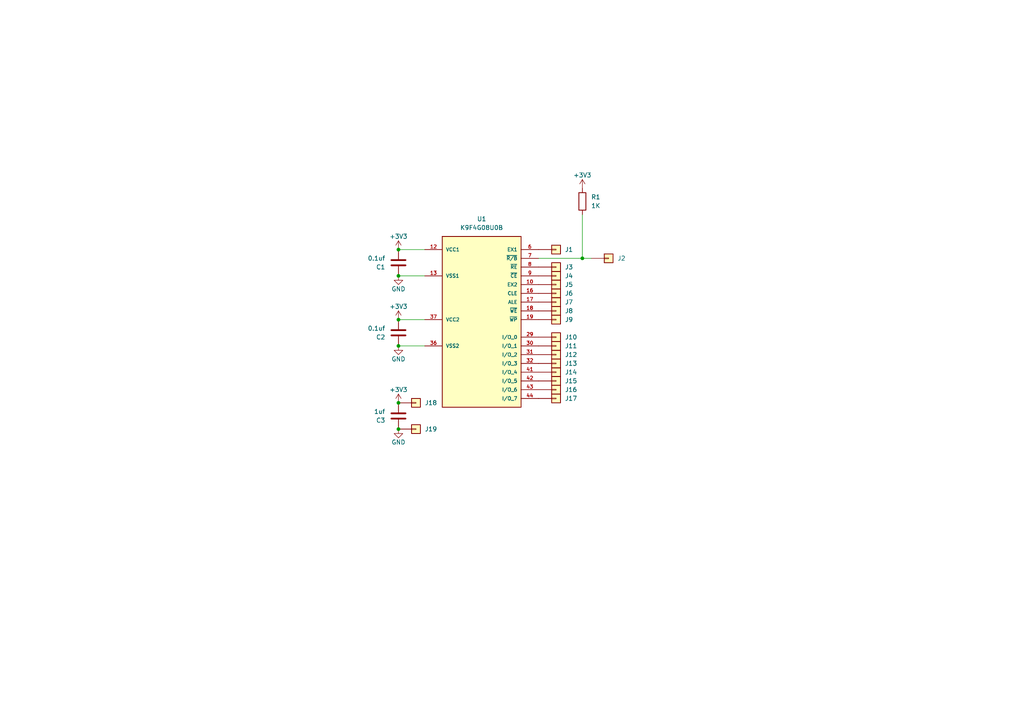
<source format=kicad_sch>
(kicad_sch (version 20240101) (generator "eeschema") (generator_version "8.99")
  (paper "A4")
  (title_block (rev "3.1"))
  (lib_symbols
    (symbol "Connector_Generic:Conn_01x01" (pin_numbers hide) (pin_names (offset 1.016) hide)
      (property "Reference" "J" (at 0 2.54 0))
      (property "Value" "Conn_01x01" (at 0 -2.54 0))
      (symbol "Conn_01x01_1_1"
        (rectangle (start -1.27 0.127) (end 0 -0.127) (stroke (width 0.1524)))
        (rectangle (start -1.27 1.27) (end 1.27 -1.27) (stroke (width 0.254)) (fill (type background)))
        (pin passive line (at -5.08 0 0) (length 3.81) (name "Pin_1") (number "1"))
      )
    )
    (symbol "Device:C" (pin_numbers hide) (pin_names (offset 0.254))
      (property "Reference" "C" (at 0.635 2.54 0))
      (property "Value" "C" (at 0.635 -2.54 0))
      (symbol "C_0_1"
        (polyline (pts (xy -2.032 -0.762) (xy 2.032 -0.762)) (stroke (width 0.508)))
        (polyline (pts (xy -2.032 0.762) (xy 2.032 0.762)) (stroke (width 0.508)))
      )
      (symbol "C_1_1"
        (pin passive line (at 0 3.81 270) (length 2.794) (name "~") (number "1"))
        (pin passive line (at 0 -3.81 90) (length 2.794) (name "~") (number "2"))
      )
    )
    (symbol "Device:R" (pin_numbers hide) (pin_names (offset 0))
      (property "Reference" "R" (at 2.032 0 90))
      (property "Value" "R" (at 0 0 90))
      (symbol "R_0_1"
        (rectangle (start -1.016 -2.54) (end 1.016 2.54) (stroke (width 0.254)))
      )
      (symbol "R_1_1"
        (pin passive line (at 0 3.81 270) (length 1.27) (name "~") (number "1"))
        (pin passive line (at 0 -3.81 90) (length 1.27) (name "~") (number "2"))
      )
    )
    (symbol "K9F4G08U0B:K9F4G08U0B_1" (pin_names (offset 1.016))
      (property "Reference" "U1" (at 11.43 54.61 0))
      (property "Value" "K9F4G08U0B" (at 11.43 52.07 0))
      (symbol "K9F4G08U0B_1_0_0"
        (pin bidirectional line (at 27.94 35.56 180) (length 5.08) (name "EX2") (number "10"))
        (pin passive line (at -5.08 45.72 0) (length 5.08) (name "VCC1") (number "12"))
        (pin passive line (at -5.08 38.1 0) (length 5.08) (name "VSS1") (number "13"))
        (pin bidirectional line (at 27.94 33.02 180) (length 5.08) (name "CLE") (number "16"))
        (pin bidirectional line (at 27.94 30.48 180) (length 5.08) (name "ALE") (number "17"))
        (pin bidirectional line (at 27.94 27.94 180) (length 5.08) (name "~{WE}") (number "18"))
        (pin bidirectional line (at 27.94 25.4 180) (length 5.08) (name "~{WP}") (number "19"))
        (pin bidirectional line (at 27.94 20.32 180) (length 5.08) (name "I/O_0") (number "29"))
        (pin bidirectional line (at 27.94 17.78 180) (length 5.08) (name "I/O_1") (number "30"))
        (pin bidirectional line (at 27.94 15.24 180) (length 5.08) (name "I/O_2") (number "31"))
        (pin bidirectional line (at 27.94 12.7 180) (length 5.08) (name "I/O_3") (number "32"))
        (pin passive line (at -5.08 17.78 0) (length 5.08) (name "VSS2") (number "36"))
        (pin passive line (at -5.08 25.4 0) (length 5.08) (name "VCC2") (number "37"))
        (pin bidirectional line (at 27.94 10.16 180) (length 5.08) (name "I/O_4") (number "41"))
        (pin bidirectional line (at 27.94 7.62 180) (length 5.08) (name "I/O_5") (number "42"))
        (pin bidirectional line (at 27.94 5.08 180) (length 5.08) (name "I/O_6") (number "43"))
        (pin bidirectional line (at 27.94 2.54 180) (length 5.08) (name "I/O_7") (number "44"))
        (pin bidirectional line (at 27.94 45.72 180) (length 5.08) (name "EX1") (number "6"))
        (pin bidirectional line (at 27.94 43.18 180) (length 5.08) (name "~{R/B}") (number "7"))
        (pin bidirectional line (at 27.94 40.64 180) (length 5.08) (name "~{RE}") (number "8"))
        (pin bidirectional line (at 27.94 38.1 180) (length 5.08) (name "~{CE}") (number "9"))
      )
      (symbol "K9F4G08U0B_1_0_1"
        (rectangle (start 0 49.53) (end 22.86 0) (stroke (width 0.254)) (fill (type background)))
      )
    )
    (symbol "power:+3V3" (power) (pin_names (offset 0))
      (property "Value" "+3V3" (at 0 3.556 0))
      (symbol "+3V3_0_1"
        (polyline (pts (xy -0.762 1.27) (xy 0 2.54)))
        (polyline (pts (xy 0 0) (xy 0 2.54)))
        (polyline (pts (xy 0 2.54) (xy 0.762 1.27)))
      )
      (symbol "+3V3_1_1"
        (pin power_in line (at 0 0 90) (length 0) hide (name "+3V3") (number "1"))
      )
    )
    (symbol "power:GND" (power) (pin_names (offset 0))
      (property "Value" "GND" (at 0 -3.81 0))
      (symbol "GND_0_1"
        (polyline (pts (xy 0 0) (xy 0 -1.27) (xy 1.27 -1.27) (xy 0 -2.54) (xy -1.27 -1.27) (xy 0 -1.27)))
      )
      (symbol "GND_1_1"
        (pin power_in line (at 0 0 270) (length 0) hide (name "GND") (number "1"))
      )
    )
  )
  (junction (at 168.91 74.93) (diameter 0.9144))
  (junction (at 115.57 92.71) (diameter 0.9144))
  (junction (at 115.57 80.01) (diameter 0.9144))
  (junction (at 115.57 116.84))
  (junction (at 115.57 124.46))
  (junction (at 115.57 72.39) (diameter 0.9144))
  (junction (at 115.57 100.33) (diameter 0.9144))
  (wire (pts (xy 168.91 62.23) (xy 168.91 74.93)))
  (wire (pts (xy 115.57 100.33) (xy 123.19 100.33)))
  (wire (pts (xy 115.57 92.71) (xy 123.19 92.71)))
  (wire (pts (xy 115.57 80.01) (xy 123.19 80.01)))
  (wire (pts (xy 115.57 72.39) (xy 123.19 72.39)))
  (wire (pts (xy 168.91 74.93) (xy 156.21 74.93)))
  (wire (pts (xy 171.45 74.93) (xy 168.91 74.93)))
  (symbol (lib_id "Device:C") (at 115.57 120.65 180) (unit 1)
    (property "Reference" "C3" (at 111.76 121.92 0) (effects (justify left)))
    (property "Value" "1uf" (at 111.76 119.38 0) (effects (justify left)))
    (property "Footprint" "Capacitor_SMD:C_0402_1005Metric" (effects (hide yes)))
  )
  (symbol (lib_id "Connector_Generic:Conn_01x01") (at 161.29 92.71 0) (unit 1)
    (property "Reference" "J9" (at 163.83 92.71 0) (effects (justify left)))
    (property "Value" "Conn_01x01" (effects (hide yes)))
    (property "Footprint" "project_components:wii-single-via-0.45mm" (effects (hide yes)))
  )
  (symbol (lib_id "Connector_Generic:Conn_01x01") (at 161.29 82.55 0) (unit 1)
    (property "Reference" "J5" (at 163.83 82.55 0) (effects (justify left)))
    (property "Value" "Conn_01x01" (effects (hide yes)))
    (property "Footprint" "project_components:wii-single-via-0.45mm" (effects (hide yes)))
  )
  (symbol (lib_id "Connector_Generic:Conn_01x01") (at 161.29 113.03 0) (unit 1)
    (property "Reference" "J16" (at 163.83 113.03 0) (effects (justify left)))
    (property "Value" "Conn_01x01" (effects (hide yes)))
    (property "Footprint" "project_components:wii-single-via-0.45mm" (effects (hide yes)))
  )
  (symbol (lib_id "Connector_Generic:Conn_01x01") (at 161.29 100.33 0) (unit 1)
    (property "Reference" "J11" (at 163.83 100.33 0) (effects (justify left)))
    (property "Value" "Conn_01x01" (effects (hide yes)))
    (property "Footprint" "project_components:wii-single-via-0.45mm" (effects (hide yes)))
  )
  (symbol (lib_id "Connector_Generic:Conn_01x01") (at 161.29 85.09 0) (unit 1)
    (property "Reference" "J6" (at 163.83 85.09 0) (effects (justify left)))
    (property "Value" "Conn_01x01" (effects (hide yes)))
    (property "Footprint" "project_components:wii-single-via-0.45mm" (effects (hide yes)))
  )
  (symbol (lib_id "power:+3V3") (at 168.91 54.61 0) (unit 1)
    (property "Reference" "#PWR0113" (effects (hide yes)))
    (property "Value" "+3V3" (at 168.91 50.8 0))
  )
  (symbol (lib_id "Connector_Generic:Conn_01x01") (at 120.65 124.46 0) (unit 1)
    (property "Reference" "J19" (at 123.19 124.46 0) (effects (justify left)))
    (property "Value" "Conn_01x01" (effects (hide yes)))
    (property "Footprint" "project_components:wii-single-via-0.45mm" (effects (hide yes)))
  )
  (symbol (lib_id "Connector_Generic:Conn_01x01") (at 161.29 115.57 0) (unit 1)
    (property "Reference" "J17" (at 163.83 115.57 0) (effects (justify left)))
    (property "Value" "Conn_01x01" (effects (hide yes)))
    (property "Footprint" "project_components:wii-single-via-0.45mm" (effects (hide yes)))
  )
  (symbol (lib_id "Connector_Generic:Conn_01x01") (at 161.29 72.39 0) (unit 1)
    (property "Reference" "J1" (at 163.83 72.39 0) (effects (justify left)))
    (property "Value" "Conn_01x01" (effects (hide yes)))
    (property "Footprint" "project_components:wii-single-via-0.45mm" (effects (hide yes)))
  )
  (symbol (lib_id "power:+3V3") (at 115.57 92.71 0) (unit 1)
    (property "Reference" "#PWR0104" (effects (hide yes)))
    (property "Value" "+3V3" (at 115.57 88.9 0))
  )
  (symbol (lib_id "Connector_Generic:Conn_01x01") (at 120.65 116.84 0) (unit 1)
    (property "Reference" "J18" (at 123.19 116.84 0) (effects (justify left)))
    (property "Value" "Conn_01x01" (effects (hide yes)))
    (property "Footprint" "project_components:wii-single-via-0.45mm" (effects (hide yes)))
  )
  (symbol (lib_id "Connector_Generic:Conn_01x01") (at 176.53 74.93 0) (unit 1)
    (property "Reference" "J2" (at 179.07 74.93 0) (effects (justify left)))
    (property "Value" "Conn_01x01" (effects (hide yes)))
    (property "Footprint" "project_components:wii-single-via-0.45mm" (effects (hide yes)))
  )
  (symbol (lib_id "Device:C") (at 115.57 76.2 180) (unit 1)
    (property "Reference" "C1" (at 111.76 77.47 0) (effects (justify left)))
    (property "Value" "0.1uf" (at 111.76 74.93 0) (effects (justify left)))
    (property "Footprint" "Capacitor_SMD:C_0402_1005Metric" (effects (hide yes)))
  )
  (symbol (lib_id "Connector_Generic:Conn_01x01") (at 161.29 87.63 0) (unit 1)
    (property "Reference" "J7" (at 163.83 87.63 0) (effects (justify left)))
    (property "Value" "Conn_01x01" (effects (hide yes)))
    (property "Footprint" "project_components:wii-single-via-0.45mm" (effects (hide yes)))
  )
  (symbol (lib_name "K9F4G08U0B:K9F4G08U0B_1") (lib_id "K9F4G08U0B:K9F4G08U0B") (at 128.27 118.11 0) (unit 1)
    (property "Reference" "U1" (at 139.7 63.5 0))
    (property "Value" "K9F4G08U0B" (at 139.7 66.04 0))
    (property "Footprint" "project_components:Wii-TSOP48-trimmed" (effects (hide yes)))
    (property "MPN" "S34ML02G100TFI000" (effects (hide yes)))
    (property "MANUFACTURER" "Cypress Semiconductor" (effects (hide yes)))
  )
  (symbol (lib_id "power:GND") (at 115.57 124.46 0) (unit 1)
    (property "Reference" "#PWR01" (effects (hide yes)))
    (property "Value" "GND" (at 115.57 128.27 0))
  )
  (symbol (lib_id "Connector_Generic:Conn_01x01") (at 161.29 80.01 0) (unit 1)
    (property "Reference" "J4" (at 163.83 80.01 0) (effects (justify left)))
    (property "Value" "Conn_01x01" (effects (hide yes)))
    (property "Footprint" "project_components:wii-single-via-0.45mm" (effects (hide yes)))
  )
  (symbol (lib_id "Connector_Generic:Conn_01x01") (at 161.29 107.95 0) (unit 1)
    (property "Reference" "J14" (at 163.83 107.95 0) (effects (justify left)))
    (property "Value" "Conn_01x01" (effects (hide yes)))
    (property "Footprint" "project_components:wii-single-via-0.45mm" (effects (hide yes)))
  )
  (symbol (lib_id "Connector_Generic:Conn_01x01") (at 161.29 110.49 0) (unit 1)
    (property "Reference" "J15" (at 163.83 110.49 0) (effects (justify left)))
    (property "Value" "Conn_01x01" (effects (hide yes)))
    (property "Footprint" "project_components:wii-single-via-0.45mm" (effects (hide yes)))
  )
  (symbol (lib_id "Device:R") (at 168.91 58.42 0) (unit 1)
    (property "Reference" "R1" (at 171.45 57.15 0) (effects (justify left)))
    (property "Value" "1K" (at 171.45 59.69 0) (effects (justify left)))
    (property "Footprint" "Resistor_SMD:R_0402_1005Metric" (effects (hide yes)))
  )
  (symbol (lib_id "power:+3V3") (at 115.57 116.84 0) (unit 1)
    (property "Reference" "#PWR02" (effects (hide yes)))
    (property "Value" "+3V3" (at 115.57 113.03 0))
  )
  (symbol (lib_id "Connector_Generic:Conn_01x01") (at 161.29 97.79 0) (unit 1)
    (property "Reference" "J10" (at 163.83 97.79 0) (effects (justify left)))
    (property "Value" "Conn_01x01" (effects (hide yes)))
    (property "Footprint" "project_components:wii-single-via-0.45mm" (effects (hide yes)))
  )
  (symbol (lib_id "Device:C") (at 115.57 96.52 180) (unit 1)
    (property "Reference" "C2" (at 111.76 97.79 0) (effects (justify left)))
    (property "Value" "0.1uf" (at 111.76 95.25 0) (effects (justify left)))
    (property "Footprint" "Capacitor_SMD:C_0402_1005Metric" (effects (hide yes)))
  )
  (symbol (lib_id "Connector_Generic:Conn_01x01") (at 161.29 105.41 0) (unit 1)
    (property "Reference" "J13" (at 163.83 105.41 0) (effects (justify left)))
    (property "Value" "Conn_01x01" (effects (hide yes)))
    (property "Footprint" "project_components:wii-single-via-0.45mm" (effects (hide yes)))
  )
  (symbol (lib_id "Connector_Generic:Conn_01x01") (at 161.29 102.87 0) (unit 1)
    (property "Reference" "J12" (at 163.83 102.87 0) (effects (justify left)))
    (property "Value" "Conn_01x01" (effects (hide yes)))
    (property "Footprint" "project_components:wii-single-via-0.45mm" (effects (hide yes)))
  )
  (symbol (lib_id "power:GND") (at 115.57 80.01 0) (unit 1)
    (property "Reference" "#PWR0102" (effects (hide yes)))
    (property "Value" "GND" (at 115.57 83.82 0))
  )
  (symbol (lib_id "power:+3V3") (at 115.57 72.39 0) (unit 1)
    (property "Reference" "#PWR0103" (effects (hide yes)))
    (property "Value" "+3V3" (at 115.57 68.58 0))
  )
  (symbol (lib_id "Connector_Generic:Conn_01x01") (at 161.29 90.17 0) (unit 1)
    (property "Reference" "J8" (at 163.83 90.17 0) (effects (justify left)))
    (property "Value" "Conn_01x01" (effects (hide yes)))
    (property "Footprint" "project_components:wii-single-via-0.45mm" (effects (hide yes)))
  )
  (symbol (lib_id "Connector_Generic:Conn_01x01") (at 161.29 77.47 0) (unit 1)
    (property "Reference" "J3" (at 163.83 77.47 0) (effects (justify left)))
    (property "Value" "Conn_01x01" (effects (hide yes)))
    (property "Footprint" "project_components:wii-single-via-0.45mm" (effects (hide yes)))
  )
  (symbol (lib_id "power:GND") (at 115.57 100.33 0) (unit 1)
    (property "Reference" "#PWR0101" (effects (hide yes)))
    (property "Value" "GND" (at 115.57 104.14 0))
  )
)
</source>
